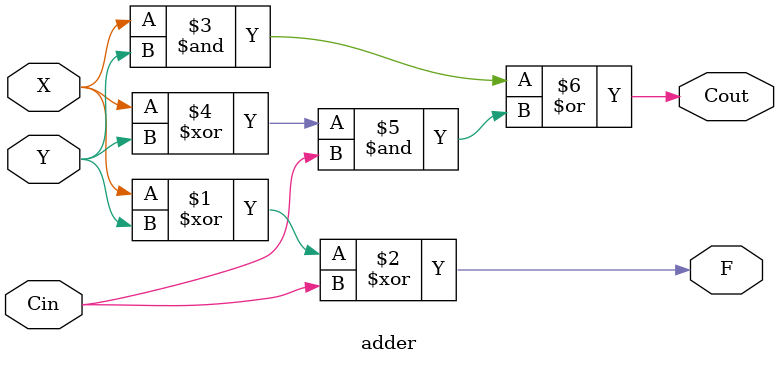
<source format=v>
module verified_adder_32bit(A, B, S, C32);
    input [32:1] A;  // First 32-bit input
    input [32:1] B;  // Second 32-bit input
    output [32:1] S; // 32-bit output sum
    output C32;      // Carry out of the most significant bit

    wire px1, gx1, px2, gx2; // Propagate and generate signals for CLA blocks
    wire c16;                // Carry output from the first 16-bit adder block

    // First 16-bit carry look-ahead adder block
    CLA_16 CLA1(
        .A(A[16:1]),
        .B(B[16:1]),
        .c0(0),     // Initial carry-in is 0 for the first block
        .S(S[16:1]),
        .px(px1),
        .gx(gx1)
    );

    // Second 16-bit carry look-ahead adder block
    CLA_1 CLA2(
        .A(A[32:17]),
        .B(B[32:17]),
        .c0(c16),   // Carry from the first block is carry-in for the second
        .S(S[32:17]),
        .px(px2),
        .gx(gx2)
    );

    // Calculate carry for the 16-bit boundary and the final carry-out
    assign c16 = gx1 ^ (px1 && 0); // Intermediate carry between the CLA blocks
    assign C32 = gx2 ^ (px2 && c16); // Final carry-out

endmodule

// 16-bit Carry Look-Ahead Adder Module
module CLA_16(A, B, c0, S, px, gx);
    input [16:1] A, B; // Two 16-bit inputs
    input c0;          // Carry-in input
    output gx, px;     // Generate and propagate outputs
    output [16:1] S;   // 16-bit sum output

    wire c4, c8, c12;  // Internal carries at 4-bit boundaries
    wire Pm1, Gm1, Pm2, Gm2, Pm3, Gm3, Pm4, Gm4; // Propagate and generate signals for each 4-bit block

    // Four 4-bit adder blocks to construct the 16-bit CLA adder
    adder_4 adder1(.x(A[4:1]), .y(B[4:1]), .c0(c0), .c4(), .F(S[4:1]), .Gm(Gm1), .Pm(Pm1));
    adder_4 adder2(.x(A[8:5]), .y(B[8:5]), .c0(c4), .c4(), .F(S[8:5]), .Gm(Gm2), .Pm(Pm2));
    adder_4 adder3(.x(A[12:9]), .y(B[12:9]), .c0(c8), .c4(), .F(S[12:9]), .Gm(Gm3), .Pm(Pm3));
    adder_4 adder4(.x(A[16:13]), .y(B[16:13]), .c0(c12), .c4(), .F(S[16:13]), .Gm(Gm4), .Pm(Pm4));

    // Logic to generate internal carries based on propagate and generate signals
    assign c4 = Gm1 ^ (Pm1 & c0),
           c8 = Gm2 ^ (Pm2 & Gm1) ^ (Pm2 & Pm1 & c0),
           c12 = Gm3 ^ (Pm3 & Gm2) ^ (Pm3 & Pm2 & Gm1) ^ (Pm3 & Pm2 & Pm1 & c0);

    // Calculate overall propagate and generate signals for the 16-bit block
    assign px = Pm1 & Pm2 & Pm3 & Pm4,
           gx = Gm4 ^ (Pm4 & Gm3) ^ (Pm4 & Pm3 & Gm2) ^ (Pm4 & Pm3 & Pm2 & Gm1);
endmodule

// 4-bit adder module used in the CLA_16 module
module adder_4(x, y, c0, c4, F, Gm, Pm);
    input [4:1] x, y;   // 4-bit inputs
    input c0;           // Carry-in input
    output c4, Gm, Pm;  // Carry-out, generate, and propagate outputs
    output [4:1] F;     // 4-bit sum output

    wire p1, p2, p3, p4, g1, g2, g3, g4; // Propagate and generate signals for each bit
    wire c1, c2, c3;                      // Internal carry signals

    // Four 1-bit adders to create the 4-bit adder
    adder adder1(.X(x[1]), .Y(y[1]), .Cin(c0), .F(F[1]), .Cout());
    adder adder2(.X(x[2]), .Y(y[2]), .Cin(c1), .F(F[2]), .Cout());
    adder adder3(.X(x[3]), .Y(y[3]), .Cin(c2), .F(F[3]), .Cout());
    adder adder4(.X(x[4]), .Y(y[4]), .Cin(c3), .F(F[4]), .Cout());

    // CLA logic for the 4-bit block
    CLA CLA(.c0(c0), .c1(c1), .c2(c2), .c3(c3), .c4(c4), .p1(p1), .p2(p2), .p3(p3), .p4(p4), .g1(g1), .g2(g2), .g3(g3), .g4(g4));

    // Compute propagate and generate signals for each bit
    assign p1 = x[1] ^ y[1],
           p2 = x[2] ^ y[2],
           p3 = x[3] ^ y[3],
           p4 = x[4] ^ y[4];

    assign g1 = x[1] & y[1],
           g2 = x[2] & y[2],
           g3 = x[3] & y[3],
           g4 = x[4] & y[4];

    // Compute overall propagate and generate signals for the 4-bit adder
    assign Pm = p1 & p2 & p3 & p4,
           Gm = g4 ^ (p4 & g3) ^ (p4 & p3 & g2) ^ (p4 & p3 & p2 & g1);
endmodule

// Module for the Carry Look-Ahead logic within the 4-bit adder
module CLA(c0, c1, c2, c3, c4, p1, p2, p3, p4, g1, g2, g3, g4);
    input c0, g1, g2, g3, g4, p1, p2, p3, p4;
    output c1, c2, c3, c4;

    // Logic to compute the carry for each bit based on generate and propagate signals
    assign c1 = g1 ^ (p1 & c0),
           c2 = g2 ^ (p2 & g1) ^ (p2 & p1 & c0),
           c3 = g3 ^ (p3 & g2) ^ (p3 & p2 & g1) ^ (p3 & p2 & p1 & c0),
           c4 = g4 ^ (p4 & g3) ^ (p4 & p3 & g2) ^ (p4 & p3 & p2 & g1) ^ (p4 & p3 & p2 & p1 & c0);
endmodule

// Basic 1-bit adder module
module adder(X, Y, Cin, F, Cout);
    input X, Y, Cin;  // Single-bit inputs and carry-in
    output F, Cout;   // Single-bit sum and carry-out

    // Logic for sum and carry-out calculation
    assign F = X ^ Y ^ Cin;      // Sum calculation using XOR for bitwise addition
    assign Cout = (X & Y) | (X ^ Y) & Cin; // Carry-out calculation
endmodule

</source>
